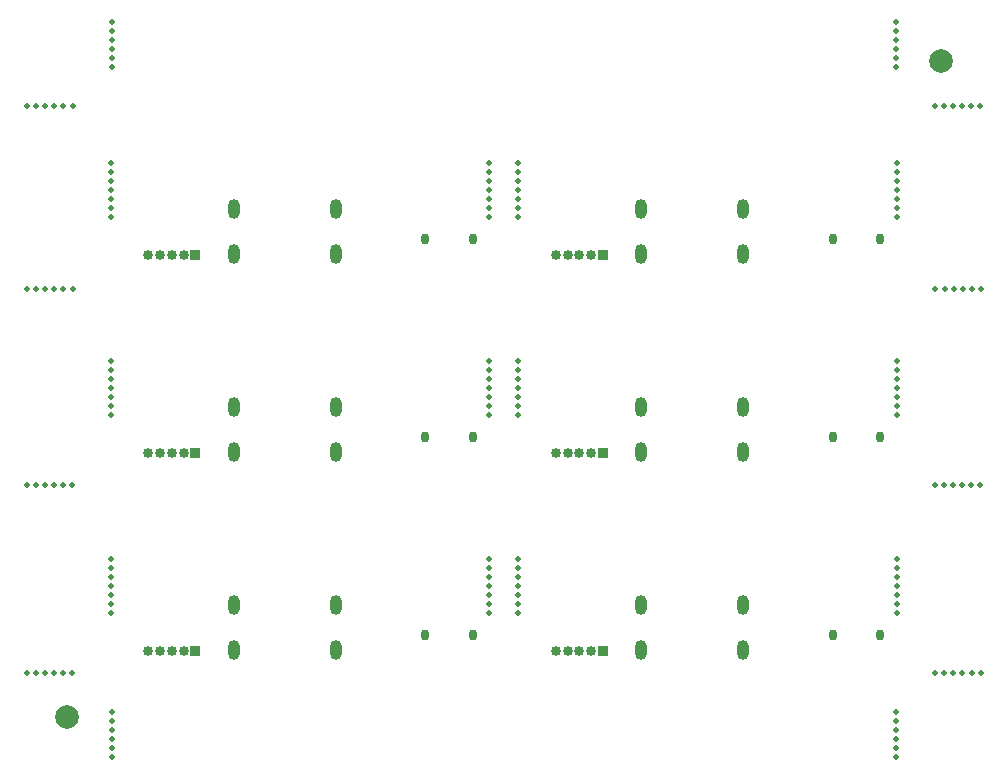
<source format=gbr>
%TF.GenerationSoftware,KiCad,Pcbnew,7.0.9-7.0.9~ubuntu22.04.1*%
%TF.CreationDate,2023-11-19T15:44:40-06:00*%
%TF.ProjectId,BT_PANELIZED,42545f50-414e-4454-9c49-5a45442e6b69,000*%
%TF.SameCoordinates,Original*%
%TF.FileFunction,Soldermask,Bot*%
%TF.FilePolarity,Negative*%
%FSLAX46Y46*%
G04 Gerber Fmt 4.6, Leading zero omitted, Abs format (unit mm)*
G04 Created by KiCad (PCBNEW 7.0.9-7.0.9~ubuntu22.04.1) date 2023-11-19 15:44:40*
%MOMM*%
%LPD*%
G01*
G04 APERTURE LIST*
%ADD10C,0.500000*%
%ADD11C,2.000000*%
%ADD12O,0.700000X0.950000*%
%ADD13O,1.000000X1.700000*%
%ADD14R,0.850000X0.850000*%
%ADD15O,0.850000X0.850000*%
G04 APERTURE END LIST*
D10*
%TO.C,REF\u002A\u002A*%
X100288000Y-37760000D03*
%TD*%
%TO.C,REF\u002A\u002A*%
X101054000Y-37760000D03*
%TD*%
%TO.C,REF\u002A\u002A*%
X101820000Y-37760000D03*
%TD*%
%TO.C,REF\u002A\u002A*%
X97990000Y-37760000D03*
%TD*%
%TO.C,REF\u002A\u002A*%
X98756000Y-37760000D03*
%TD*%
%TO.C,REF\u002A\u002A*%
X99522000Y-37760000D03*
%TD*%
%TO.C,REF\u002A\u002A*%
X176402000Y-85730000D03*
%TD*%
%TO.C,REF\u002A\u002A*%
X175616000Y-37760000D03*
%TD*%
%TO.C,REF\u002A\u002A*%
X174850000Y-37760000D03*
%TD*%
%TO.C,REF\u002A\u002A*%
X178680000Y-37760000D03*
%TD*%
%TO.C,REF\u002A\u002A*%
X177914000Y-37760000D03*
%TD*%
%TO.C,REF\u002A\u002A*%
X177148000Y-37760000D03*
%TD*%
%TO.C,REF\u002A\u002A*%
X105140000Y-91318000D03*
%TD*%
%TO.C,REF\u002A\u002A*%
X105140000Y-90552000D03*
%TD*%
%TO.C,REF\u002A\u002A*%
X105140000Y-92084000D03*
%TD*%
%TO.C,REF\u002A\u002A*%
X105140000Y-92850000D03*
%TD*%
%TO.C,REF\u002A\u002A*%
X105140000Y-89786000D03*
%TD*%
%TO.C,REF\u002A\u002A*%
X105140000Y-89020000D03*
%TD*%
D11*
%TO.C,REF\u002A\u002A*%
X175314263Y-33950000D03*
%TD*%
%TO.C,REF\u002A\u002A*%
X101335737Y-89510000D03*
%TD*%
D10*
%TO.C,REF\u002A\u002A*%
X105055000Y-43345000D03*
%TD*%
%TO.C,REF\u002A\u002A*%
X105055000Y-44110000D03*
%TD*%
%TO.C,REF\u002A\u002A*%
X105055000Y-45640000D03*
%TD*%
%TO.C,REF\u002A\u002A*%
X105055000Y-42580000D03*
%TD*%
%TO.C,REF\u002A\u002A*%
X105055000Y-44875000D03*
%TD*%
%TO.C,REF\u002A\u002A*%
X105055000Y-46405000D03*
%TD*%
%TO.C,REF\u002A\u002A*%
X105055000Y-47170000D03*
%TD*%
%TO.C,REF\u002A\u002A*%
X176382000Y-37760000D03*
%TD*%
%TO.C,REF\u002A\u002A*%
X137105000Y-43345000D03*
%TD*%
%TO.C,REF\u002A\u002A*%
X137105000Y-44875000D03*
%TD*%
%TO.C,REF\u002A\u002A*%
X137105000Y-46405000D03*
%TD*%
%TO.C,REF\u002A\u002A*%
X137105000Y-42580000D03*
%TD*%
%TO.C,REF\u002A\u002A*%
X137105000Y-45640000D03*
%TD*%
%TO.C,REF\u002A\u002A*%
X137105000Y-44110000D03*
%TD*%
%TO.C,REF\u002A\u002A*%
X137105000Y-47170000D03*
%TD*%
%TO.C,REF\u002A\u002A*%
X139555000Y-45640000D03*
%TD*%
%TO.C,REF\u002A\u002A*%
X139555000Y-47170000D03*
%TD*%
%TO.C,REF\u002A\u002A*%
X139555000Y-42580000D03*
%TD*%
%TO.C,REF\u002A\u002A*%
X139555000Y-44110000D03*
%TD*%
%TO.C,REF\u002A\u002A*%
X139555000Y-43345000D03*
%TD*%
%TO.C,REF\u002A\u002A*%
X139555000Y-44875000D03*
%TD*%
%TO.C,REF\u002A\u002A*%
X139555000Y-46405000D03*
%TD*%
%TO.C,REF\u002A\u002A*%
X171605000Y-43345000D03*
%TD*%
%TO.C,REF\u002A\u002A*%
X171605000Y-44875000D03*
%TD*%
%TO.C,REF\u002A\u002A*%
X171605000Y-46405000D03*
%TD*%
%TO.C,REF\u002A\u002A*%
X171605000Y-42580000D03*
%TD*%
%TO.C,REF\u002A\u002A*%
X171605000Y-45640000D03*
%TD*%
%TO.C,REF\u002A\u002A*%
X171605000Y-44110000D03*
%TD*%
%TO.C,REF\u002A\u002A*%
X171605000Y-47170000D03*
%TD*%
%TO.C,REF\u002A\u002A*%
X97980000Y-69860000D03*
%TD*%
%TO.C,REF\u002A\u002A*%
X99512000Y-69860000D03*
%TD*%
%TO.C,REF\u002A\u002A*%
X98746000Y-69860000D03*
%TD*%
%TO.C,REF\u002A\u002A*%
X101810000Y-69860000D03*
%TD*%
%TO.C,REF\u002A\u002A*%
X100278000Y-69860000D03*
%TD*%
%TO.C,REF\u002A\u002A*%
X101044000Y-69860000D03*
%TD*%
%TO.C,REF\u002A\u002A*%
X139555000Y-62390000D03*
%TD*%
%TO.C,REF\u002A\u002A*%
X139555000Y-79140000D03*
%TD*%
%TO.C,REF\u002A\u002A*%
X137105000Y-60860000D03*
%TD*%
%TO.C,REF\u002A\u002A*%
X137105000Y-77610000D03*
%TD*%
%TO.C,REF\u002A\u002A*%
X137105000Y-62390000D03*
%TD*%
%TO.C,REF\u002A\u002A*%
X137105000Y-79140000D03*
%TD*%
%TO.C,REF\u002A\u002A*%
X139555000Y-63155000D03*
%TD*%
%TO.C,REF\u002A\u002A*%
X139555000Y-79905000D03*
%TD*%
%TO.C,REF\u002A\u002A*%
X137105000Y-63920000D03*
%TD*%
%TO.C,REF\u002A\u002A*%
X137105000Y-80670000D03*
%TD*%
%TO.C,REF\u002A\u002A*%
X139555000Y-60860000D03*
%TD*%
%TO.C,REF\u002A\u002A*%
X139555000Y-77610000D03*
%TD*%
%TO.C,REF\u002A\u002A*%
X139555000Y-63920000D03*
%TD*%
%TO.C,REF\u002A\u002A*%
X139555000Y-80670000D03*
%TD*%
%TO.C,REF\u002A\u002A*%
X137105000Y-59330000D03*
%TD*%
%TO.C,REF\u002A\u002A*%
X137105000Y-76080000D03*
%TD*%
%TO.C,REF\u002A\u002A*%
X137105000Y-63155000D03*
%TD*%
%TO.C,REF\u002A\u002A*%
X137105000Y-79905000D03*
%TD*%
%TO.C,REF\u002A\u002A*%
X137105000Y-61625000D03*
%TD*%
%TO.C,REF\u002A\u002A*%
X137105000Y-78375000D03*
%TD*%
%TO.C,REF\u002A\u002A*%
X137105000Y-60095000D03*
%TD*%
%TO.C,REF\u002A\u002A*%
X137105000Y-76845000D03*
%TD*%
%TO.C,REF\u002A\u002A*%
X105055000Y-63920000D03*
%TD*%
%TO.C,REF\u002A\u002A*%
X105055000Y-80670000D03*
%TD*%
%TO.C,REF\u002A\u002A*%
X105055000Y-63155000D03*
%TD*%
%TO.C,REF\u002A\u002A*%
X105055000Y-79905000D03*
%TD*%
%TO.C,REF\u002A\u002A*%
X171605000Y-60095000D03*
%TD*%
%TO.C,REF\u002A\u002A*%
X171605000Y-76845000D03*
%TD*%
%TO.C,REF\u002A\u002A*%
X105055000Y-59330000D03*
%TD*%
%TO.C,REF\u002A\u002A*%
X105055000Y-76080000D03*
%TD*%
%TO.C,REF\u002A\u002A*%
X139555000Y-60095000D03*
%TD*%
%TO.C,REF\u002A\u002A*%
X139555000Y-76845000D03*
%TD*%
%TO.C,REF\u002A\u002A*%
X139555000Y-61625000D03*
%TD*%
%TO.C,REF\u002A\u002A*%
X139555000Y-78375000D03*
%TD*%
%TO.C,REF\u002A\u002A*%
X139555000Y-59330000D03*
%TD*%
%TO.C,REF\u002A\u002A*%
X139555000Y-76080000D03*
%TD*%
%TO.C,REF\u002A\u002A*%
X105055000Y-61625000D03*
%TD*%
%TO.C,REF\u002A\u002A*%
X105055000Y-78375000D03*
%TD*%
%TO.C,REF\u002A\u002A*%
X105055000Y-62390000D03*
%TD*%
%TO.C,REF\u002A\u002A*%
X105055000Y-79140000D03*
%TD*%
%TO.C,REF\u002A\u002A*%
X105055000Y-60860000D03*
%TD*%
%TO.C,REF\u002A\u002A*%
X105055000Y-77610000D03*
%TD*%
%TO.C,REF\u002A\u002A*%
X105055000Y-60095000D03*
%TD*%
%TO.C,REF\u002A\u002A*%
X105055000Y-76845000D03*
%TD*%
%TO.C,REF\u002A\u002A*%
X171605000Y-59330000D03*
%TD*%
%TO.C,REF\u002A\u002A*%
X171605000Y-76080000D03*
%TD*%
%TO.C,REF\u002A\u002A*%
X171605000Y-63155000D03*
%TD*%
%TO.C,REF\u002A\u002A*%
X171605000Y-79905000D03*
%TD*%
%TO.C,REF\u002A\u002A*%
X171605000Y-61625000D03*
%TD*%
%TO.C,REF\u002A\u002A*%
X171605000Y-78375000D03*
%TD*%
%TO.C,REF\u002A\u002A*%
X171605000Y-63920000D03*
%TD*%
%TO.C,REF\u002A\u002A*%
X171605000Y-80670000D03*
%TD*%
%TO.C,REF\u002A\u002A*%
X171605000Y-60860000D03*
%TD*%
%TO.C,REF\u002A\u002A*%
X171605000Y-77610000D03*
%TD*%
%TO.C,REF\u002A\u002A*%
X171605000Y-62390000D03*
%TD*%
%TO.C,REF\u002A\u002A*%
X171605000Y-79140000D03*
%TD*%
%TO.C,REF\u002A\u002A*%
X177148000Y-69860000D03*
%TD*%
%TO.C,REF\u002A\u002A*%
X171510000Y-32152000D03*
%TD*%
D12*
%TO.C,SW1*%
X166165000Y-82530000D03*
X170215000Y-82530000D03*
%TD*%
D10*
%TO.C,REF\u002A\u002A*%
X97990000Y-53220000D03*
%TD*%
D12*
%TO.C,SW1*%
X131665000Y-82530000D03*
X135715000Y-82530000D03*
%TD*%
D10*
%TO.C,REF\u002A\u002A*%
X175636000Y-85730000D03*
%TD*%
D13*
%TO.C,J1*%
X115450000Y-79990000D03*
X124090000Y-79990000D03*
X124090000Y-83790000D03*
X115450000Y-83790000D03*
%TD*%
D10*
%TO.C,REF\u002A\u002A*%
X177168000Y-85730000D03*
%TD*%
D14*
%TO.C,J3*%
X112230000Y-67150000D03*
D15*
X111230000Y-67150000D03*
X110230000Y-67150000D03*
X109230000Y-67150000D03*
X108230000Y-67150000D03*
%TD*%
D14*
%TO.C,J3*%
X112230000Y-83900000D03*
D15*
X111230000Y-83900000D03*
X110230000Y-83900000D03*
X109230000Y-83900000D03*
X108230000Y-83900000D03*
%TD*%
D10*
%TO.C,REF\u002A\u002A*%
X98756000Y-53220000D03*
%TD*%
%TO.C,REF\u002A\u002A*%
X98726000Y-85720000D03*
%TD*%
%TO.C,REF\u002A\u002A*%
X175646000Y-53220000D03*
%TD*%
%TO.C,REF\u002A\u002A*%
X174850000Y-69860000D03*
%TD*%
%TO.C,REF\u002A\u002A*%
X101790000Y-85720000D03*
%TD*%
%TO.C,REF\u002A\u002A*%
X105130000Y-34440000D03*
%TD*%
%TO.C,REF\u002A\u002A*%
X101024000Y-85720000D03*
%TD*%
%TO.C,REF\u002A\u002A*%
X171510000Y-33684000D03*
%TD*%
D13*
%TO.C,J1*%
X149950000Y-79990000D03*
X158590000Y-79990000D03*
X158590000Y-83790000D03*
X149950000Y-83790000D03*
%TD*%
D12*
%TO.C,SW1*%
X166165000Y-49030000D03*
X170215000Y-49030000D03*
%TD*%
D14*
%TO.C,J3*%
X146730000Y-83900000D03*
D15*
X145730000Y-83900000D03*
X144730000Y-83900000D03*
X143730000Y-83900000D03*
X142730000Y-83900000D03*
%TD*%
D10*
%TO.C,REF\u002A\u002A*%
X105130000Y-30610000D03*
%TD*%
%TO.C,REF\u002A\u002A*%
X171510000Y-92144000D03*
%TD*%
D14*
%TO.C,J3*%
X112230000Y-50400000D03*
D15*
X111230000Y-50400000D03*
X110230000Y-50400000D03*
X109230000Y-50400000D03*
X108230000Y-50400000D03*
%TD*%
D10*
%TO.C,REF\u002A\u002A*%
X178700000Y-85730000D03*
%TD*%
%TO.C,REF\u002A\u002A*%
X97960000Y-85720000D03*
%TD*%
%TO.C,REF\u002A\u002A*%
X101054000Y-53220000D03*
%TD*%
%TO.C,REF\u002A\u002A*%
X171510000Y-32918000D03*
%TD*%
%TO.C,REF\u002A\u002A*%
X178710000Y-53220000D03*
%TD*%
%TO.C,REF\u002A\u002A*%
X105130000Y-32908000D03*
%TD*%
%TO.C,REF\u002A\u002A*%
X171510000Y-91378000D03*
%TD*%
%TO.C,REF\u002A\u002A*%
X99492000Y-85720000D03*
%TD*%
%TO.C,REF\u002A\u002A*%
X176412000Y-53220000D03*
%TD*%
%TO.C,REF\u002A\u002A*%
X177934000Y-85730000D03*
%TD*%
%TO.C,REF\u002A\u002A*%
X99522000Y-53220000D03*
%TD*%
%TO.C,REF\u002A\u002A*%
X171510000Y-90612000D03*
%TD*%
D12*
%TO.C,SW1*%
X131665000Y-49030000D03*
X135715000Y-49030000D03*
%TD*%
D10*
%TO.C,REF\u002A\u002A*%
X177944000Y-53220000D03*
%TD*%
%TO.C,REF\u002A\u002A*%
X174870000Y-85730000D03*
%TD*%
D13*
%TO.C,J1*%
X115450000Y-63240000D03*
X124090000Y-63240000D03*
X124090000Y-67040000D03*
X115450000Y-67040000D03*
%TD*%
D10*
%TO.C,REF\u002A\u002A*%
X178680000Y-69860000D03*
%TD*%
D12*
%TO.C,SW1*%
X166165000Y-65780000D03*
X170215000Y-65780000D03*
%TD*%
D13*
%TO.C,J1*%
X149950000Y-46490000D03*
X158590000Y-46490000D03*
X158590000Y-50290000D03*
X149950000Y-50290000D03*
%TD*%
D10*
%TO.C,REF\u002A\u002A*%
X171510000Y-89080000D03*
%TD*%
%TO.C,REF\u002A\u002A*%
X171510000Y-89846000D03*
%TD*%
%TO.C,REF\u002A\u002A*%
X105130000Y-32142000D03*
%TD*%
%TO.C,REF\u002A\u002A*%
X176382000Y-69860000D03*
%TD*%
%TO.C,REF\u002A\u002A*%
X105130000Y-31376000D03*
%TD*%
%TO.C,REF\u002A\u002A*%
X175616000Y-69860000D03*
%TD*%
D13*
%TO.C,J1*%
X115450000Y-46490000D03*
X124090000Y-46490000D03*
X124090000Y-50290000D03*
X115450000Y-50290000D03*
%TD*%
D10*
%TO.C,REF\u002A\u002A*%
X174880000Y-53220000D03*
%TD*%
%TO.C,REF\u002A\u002A*%
X177178000Y-53220000D03*
%TD*%
%TO.C,REF\u002A\u002A*%
X105130000Y-33674000D03*
%TD*%
%TO.C,REF\u002A\u002A*%
X177914000Y-69860000D03*
%TD*%
%TO.C,REF\u002A\u002A*%
X171510000Y-30620000D03*
%TD*%
%TO.C,REF\u002A\u002A*%
X171510000Y-34450000D03*
%TD*%
%TO.C,REF\u002A\u002A*%
X171510000Y-31386000D03*
%TD*%
D14*
%TO.C,J3*%
X146730000Y-67150000D03*
D15*
X145730000Y-67150000D03*
X144730000Y-67150000D03*
X143730000Y-67150000D03*
X142730000Y-67150000D03*
%TD*%
D13*
%TO.C,J1*%
X149950000Y-63240000D03*
X158590000Y-63240000D03*
X158590000Y-67040000D03*
X149950000Y-67040000D03*
%TD*%
D10*
%TO.C,REF\u002A\u002A*%
X100258000Y-85720000D03*
%TD*%
%TO.C,REF\u002A\u002A*%
X100288000Y-53220000D03*
%TD*%
D12*
%TO.C,SW1*%
X131665000Y-65780000D03*
X135715000Y-65780000D03*
%TD*%
D14*
%TO.C,J3*%
X146730000Y-50400000D03*
D15*
X145730000Y-50400000D03*
X144730000Y-50400000D03*
X143730000Y-50400000D03*
X142730000Y-50400000D03*
%TD*%
D10*
%TO.C,REF\u002A\u002A*%
X101820000Y-53220000D03*
%TD*%
%TO.C,REF\u002A\u002A*%
X171510000Y-92910000D03*
%TD*%
M02*

</source>
